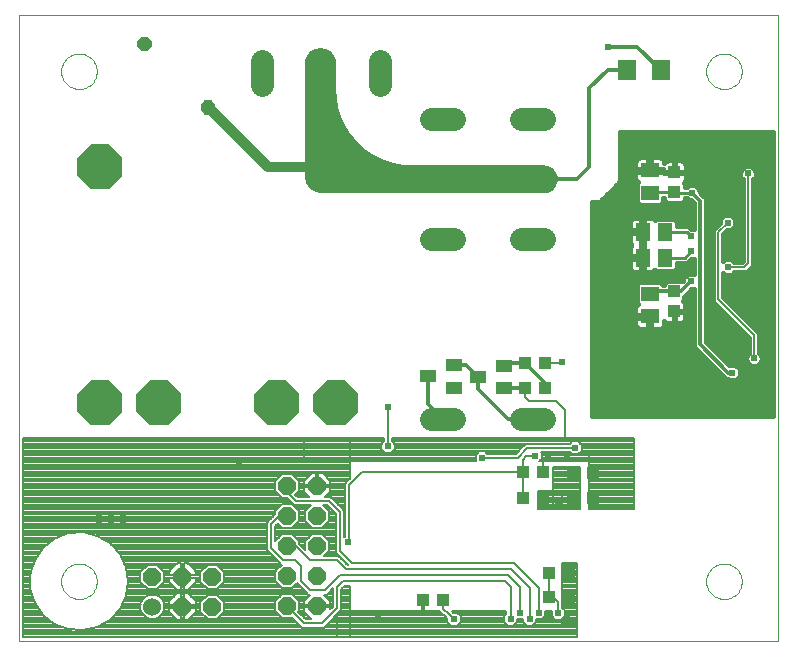
<source format=gbl>
G75*
G70*
%OFA0B0*%
%FSLAX24Y24*%
%IPPOS*%
%LPD*%
%AMOC8*
5,1,8,0,0,1.08239X$1,22.5*
%
%ADD10C,0.0000*%
%ADD11C,0.0780*%
%ADD12OC8,0.1500*%
%ADD13R,0.0433X0.0394*%
%ADD14R,0.0394X0.0433*%
%ADD15R,0.0551X0.0394*%
%ADD16R,0.0591X0.0512*%
%ADD17R,0.0512X0.0591*%
%ADD18C,0.0096*%
%ADD19OC8,0.0600*%
%ADD20R,0.0630X0.0710*%
%ADD21C,0.0600*%
%ADD22C,0.0120*%
%ADD23C,0.0080*%
%ADD24C,0.0238*%
%ADD25C,0.0100*%
%ADD26C,0.0320*%
%ADD27C,0.0160*%
D10*
X000140Y000290D02*
X000140Y021156D01*
X000140Y021165D02*
X025443Y021165D01*
X025443Y021156D02*
X025443Y000290D01*
X000140Y000290D01*
X001549Y002290D02*
X001551Y002338D01*
X001557Y002386D01*
X001567Y002433D01*
X001580Y002479D01*
X001598Y002524D01*
X001618Y002568D01*
X001643Y002610D01*
X001671Y002649D01*
X001701Y002686D01*
X001735Y002720D01*
X001772Y002752D01*
X001810Y002781D01*
X001851Y002806D01*
X001894Y002828D01*
X001939Y002846D01*
X001985Y002860D01*
X002032Y002871D01*
X002080Y002878D01*
X002128Y002881D01*
X002176Y002880D01*
X002224Y002875D01*
X002272Y002866D01*
X002318Y002854D01*
X002363Y002837D01*
X002407Y002817D01*
X002449Y002794D01*
X002489Y002767D01*
X002527Y002737D01*
X002562Y002704D01*
X002594Y002668D01*
X002624Y002630D01*
X002650Y002589D01*
X002672Y002546D01*
X002692Y002502D01*
X002707Y002457D01*
X002719Y002410D01*
X002727Y002362D01*
X002731Y002314D01*
X002731Y002266D01*
X002727Y002218D01*
X002719Y002170D01*
X002707Y002123D01*
X002692Y002078D01*
X002672Y002034D01*
X002650Y001991D01*
X002624Y001950D01*
X002594Y001912D01*
X002562Y001876D01*
X002527Y001843D01*
X002489Y001813D01*
X002449Y001786D01*
X002407Y001763D01*
X002363Y001743D01*
X002318Y001726D01*
X002272Y001714D01*
X002224Y001705D01*
X002176Y001700D01*
X002128Y001699D01*
X002080Y001702D01*
X002032Y001709D01*
X001985Y001720D01*
X001939Y001734D01*
X001894Y001752D01*
X001851Y001774D01*
X001810Y001799D01*
X001772Y001828D01*
X001735Y001860D01*
X001701Y001894D01*
X001671Y001931D01*
X001643Y001970D01*
X001618Y002012D01*
X001598Y002056D01*
X001580Y002101D01*
X001567Y002147D01*
X001557Y002194D01*
X001551Y002242D01*
X001549Y002290D01*
X001549Y019290D02*
X001551Y019338D01*
X001557Y019386D01*
X001567Y019433D01*
X001580Y019479D01*
X001598Y019524D01*
X001618Y019568D01*
X001643Y019610D01*
X001671Y019649D01*
X001701Y019686D01*
X001735Y019720D01*
X001772Y019752D01*
X001810Y019781D01*
X001851Y019806D01*
X001894Y019828D01*
X001939Y019846D01*
X001985Y019860D01*
X002032Y019871D01*
X002080Y019878D01*
X002128Y019881D01*
X002176Y019880D01*
X002224Y019875D01*
X002272Y019866D01*
X002318Y019854D01*
X002363Y019837D01*
X002407Y019817D01*
X002449Y019794D01*
X002489Y019767D01*
X002527Y019737D01*
X002562Y019704D01*
X002594Y019668D01*
X002624Y019630D01*
X002650Y019589D01*
X002672Y019546D01*
X002692Y019502D01*
X002707Y019457D01*
X002719Y019410D01*
X002727Y019362D01*
X002731Y019314D01*
X002731Y019266D01*
X002727Y019218D01*
X002719Y019170D01*
X002707Y019123D01*
X002692Y019078D01*
X002672Y019034D01*
X002650Y018991D01*
X002624Y018950D01*
X002594Y018912D01*
X002562Y018876D01*
X002527Y018843D01*
X002489Y018813D01*
X002449Y018786D01*
X002407Y018763D01*
X002363Y018743D01*
X002318Y018726D01*
X002272Y018714D01*
X002224Y018705D01*
X002176Y018700D01*
X002128Y018699D01*
X002080Y018702D01*
X002032Y018709D01*
X001985Y018720D01*
X001939Y018734D01*
X001894Y018752D01*
X001851Y018774D01*
X001810Y018799D01*
X001772Y018828D01*
X001735Y018860D01*
X001701Y018894D01*
X001671Y018931D01*
X001643Y018970D01*
X001618Y019012D01*
X001598Y019056D01*
X001580Y019101D01*
X001567Y019147D01*
X001557Y019194D01*
X001551Y019242D01*
X001549Y019290D01*
X023049Y019290D02*
X023051Y019338D01*
X023057Y019386D01*
X023067Y019433D01*
X023080Y019479D01*
X023098Y019524D01*
X023118Y019568D01*
X023143Y019610D01*
X023171Y019649D01*
X023201Y019686D01*
X023235Y019720D01*
X023272Y019752D01*
X023310Y019781D01*
X023351Y019806D01*
X023394Y019828D01*
X023439Y019846D01*
X023485Y019860D01*
X023532Y019871D01*
X023580Y019878D01*
X023628Y019881D01*
X023676Y019880D01*
X023724Y019875D01*
X023772Y019866D01*
X023818Y019854D01*
X023863Y019837D01*
X023907Y019817D01*
X023949Y019794D01*
X023989Y019767D01*
X024027Y019737D01*
X024062Y019704D01*
X024094Y019668D01*
X024124Y019630D01*
X024150Y019589D01*
X024172Y019546D01*
X024192Y019502D01*
X024207Y019457D01*
X024219Y019410D01*
X024227Y019362D01*
X024231Y019314D01*
X024231Y019266D01*
X024227Y019218D01*
X024219Y019170D01*
X024207Y019123D01*
X024192Y019078D01*
X024172Y019034D01*
X024150Y018991D01*
X024124Y018950D01*
X024094Y018912D01*
X024062Y018876D01*
X024027Y018843D01*
X023989Y018813D01*
X023949Y018786D01*
X023907Y018763D01*
X023863Y018743D01*
X023818Y018726D01*
X023772Y018714D01*
X023724Y018705D01*
X023676Y018700D01*
X023628Y018699D01*
X023580Y018702D01*
X023532Y018709D01*
X023485Y018720D01*
X023439Y018734D01*
X023394Y018752D01*
X023351Y018774D01*
X023310Y018799D01*
X023272Y018828D01*
X023235Y018860D01*
X023201Y018894D01*
X023171Y018931D01*
X023143Y018970D01*
X023118Y019012D01*
X023098Y019056D01*
X023080Y019101D01*
X023067Y019147D01*
X023057Y019194D01*
X023051Y019242D01*
X023049Y019290D01*
X023049Y002290D02*
X023051Y002338D01*
X023057Y002386D01*
X023067Y002433D01*
X023080Y002479D01*
X023098Y002524D01*
X023118Y002568D01*
X023143Y002610D01*
X023171Y002649D01*
X023201Y002686D01*
X023235Y002720D01*
X023272Y002752D01*
X023310Y002781D01*
X023351Y002806D01*
X023394Y002828D01*
X023439Y002846D01*
X023485Y002860D01*
X023532Y002871D01*
X023580Y002878D01*
X023628Y002881D01*
X023676Y002880D01*
X023724Y002875D01*
X023772Y002866D01*
X023818Y002854D01*
X023863Y002837D01*
X023907Y002817D01*
X023949Y002794D01*
X023989Y002767D01*
X024027Y002737D01*
X024062Y002704D01*
X024094Y002668D01*
X024124Y002630D01*
X024150Y002589D01*
X024172Y002546D01*
X024192Y002502D01*
X024207Y002457D01*
X024219Y002410D01*
X024227Y002362D01*
X024231Y002314D01*
X024231Y002266D01*
X024227Y002218D01*
X024219Y002170D01*
X024207Y002123D01*
X024192Y002078D01*
X024172Y002034D01*
X024150Y001991D01*
X024124Y001950D01*
X024094Y001912D01*
X024062Y001876D01*
X024027Y001843D01*
X023989Y001813D01*
X023949Y001786D01*
X023907Y001763D01*
X023863Y001743D01*
X023818Y001726D01*
X023772Y001714D01*
X023724Y001705D01*
X023676Y001700D01*
X023628Y001699D01*
X023580Y001702D01*
X023532Y001709D01*
X023485Y001720D01*
X023439Y001734D01*
X023394Y001752D01*
X023351Y001774D01*
X023310Y001799D01*
X023272Y001828D01*
X023235Y001860D01*
X023201Y001894D01*
X023171Y001931D01*
X023143Y001970D01*
X023118Y002012D01*
X023098Y002056D01*
X023080Y002101D01*
X023067Y002147D01*
X023057Y002194D01*
X023051Y002242D01*
X023049Y002290D01*
D11*
X017655Y007700D02*
X016875Y007700D01*
X014655Y007700D02*
X013875Y007700D01*
X013875Y013700D02*
X014655Y013700D01*
X014655Y015700D02*
X013875Y015700D01*
X013875Y017700D02*
X014655Y017700D01*
X016875Y017700D02*
X017655Y017700D01*
X017655Y015700D02*
X016875Y015700D01*
X016875Y013700D02*
X017655Y013700D01*
X012173Y018838D02*
X012173Y019618D01*
X010203Y019618D02*
X010203Y018838D01*
X008233Y018838D02*
X008233Y019618D01*
D12*
X010705Y016105D03*
X002825Y016105D03*
X002825Y008225D03*
X004795Y008225D03*
X008735Y008225D03*
X010705Y008225D03*
D13*
X016928Y005920D03*
X017597Y005920D03*
X018615Y005910D03*
X019285Y005910D03*
X019287Y005078D03*
X018618Y005078D03*
X018487Y002568D03*
X017818Y002568D03*
X017818Y001753D03*
X018487Y001753D03*
X014275Y001660D03*
X013605Y001660D03*
D14*
X016933Y005078D03*
X017602Y005078D03*
X017682Y008750D03*
X017013Y008750D03*
X017008Y009575D03*
X017677Y009575D03*
X021980Y011285D03*
X021980Y011955D03*
X021990Y015255D03*
X021990Y015925D03*
D15*
X016311Y009477D03*
X016311Y008728D03*
X015444Y009103D03*
X014636Y008751D03*
X014636Y009499D03*
X013769Y009125D03*
D16*
X021165Y011128D03*
X021165Y011877D03*
X021165Y015241D03*
X021165Y015989D03*
D17*
X020928Y013938D03*
X021677Y013938D03*
X021677Y013078D03*
X020928Y013078D03*
D18*
X006463Y017960D02*
X006511Y017912D01*
X006353Y017912D01*
X006241Y018024D01*
X006241Y018182D01*
X006353Y018294D01*
X006511Y018294D01*
X006623Y018182D01*
X006623Y018024D01*
X006511Y017912D01*
X006482Y017984D01*
X006382Y017984D01*
X006313Y018053D01*
X006313Y018153D01*
X006382Y018222D01*
X006482Y018222D01*
X006551Y018153D01*
X006551Y018053D01*
X006482Y017984D01*
X006452Y018056D01*
X006412Y018056D01*
X006385Y018083D01*
X006385Y018123D01*
X006412Y018150D01*
X006452Y018150D01*
X006479Y018123D01*
X006479Y018083D01*
X006452Y018056D01*
X004342Y020082D02*
X004390Y020034D01*
X004232Y020034D01*
X004120Y020146D01*
X004120Y020304D01*
X004232Y020416D01*
X004390Y020416D01*
X004502Y020304D01*
X004502Y020146D01*
X004390Y020034D01*
X004361Y020106D01*
X004261Y020106D01*
X004192Y020175D01*
X004192Y020275D01*
X004261Y020344D01*
X004361Y020344D01*
X004430Y020275D01*
X004430Y020175D01*
X004361Y020106D01*
X004331Y020178D01*
X004291Y020178D01*
X004264Y020205D01*
X004264Y020245D01*
X004291Y020272D01*
X004331Y020272D01*
X004358Y020245D01*
X004358Y020205D01*
X004331Y020178D01*
D19*
X009078Y005465D03*
X010078Y005465D03*
X010078Y004465D03*
X010078Y003465D03*
X009078Y003465D03*
X009078Y004465D03*
X009078Y002465D03*
X010078Y002465D03*
X010078Y001465D03*
X009078Y001465D03*
X006590Y001450D03*
X005590Y001450D03*
X005590Y002450D03*
X004590Y002450D03*
X006590Y002450D03*
D20*
X020405Y019325D03*
X021525Y019325D03*
D21*
X004590Y001450D03*
D22*
X013605Y001660D02*
X013605Y001225D01*
X013640Y001190D01*
X018615Y005080D02*
X018618Y005078D01*
X017265Y007700D02*
X016430Y007700D01*
X015444Y008686D01*
X015444Y009103D01*
X015048Y009499D01*
X014636Y009499D01*
X013769Y009125D02*
X013769Y008196D01*
X014265Y007700D01*
X016311Y008728D02*
X016991Y008728D01*
X017013Y008750D01*
X017682Y008750D02*
X017682Y008901D01*
X017008Y009575D01*
X016409Y009575D01*
X016311Y009477D01*
X021165Y011877D02*
X021163Y011955D01*
X021980Y011955D01*
X022205Y011955D01*
X022540Y012290D01*
X022840Y010190D02*
X023780Y009250D01*
X023920Y009250D01*
X022840Y010190D02*
X022840Y014980D01*
X022570Y015250D01*
X019140Y016090D02*
X019140Y018740D01*
X019775Y019325D01*
X020405Y019325D01*
X020750Y020090D02*
X019760Y020090D01*
X020750Y020090D02*
X021525Y019325D01*
X019140Y016090D02*
X018750Y015700D01*
X017265Y015700D01*
X017640Y016090D02*
X017709Y016084D01*
X017777Y016066D01*
X017840Y016036D01*
X017897Y015996D01*
X017946Y015947D01*
X017986Y015890D01*
X018016Y015827D01*
X018034Y015759D01*
X018040Y015690D01*
X018034Y015621D01*
X018016Y015553D01*
X017986Y015490D01*
X017946Y015433D01*
X017897Y015384D01*
X017840Y015344D01*
X017777Y015314D01*
X017709Y015296D01*
X017640Y015290D01*
X010240Y015290D01*
X010153Y015298D01*
X010069Y015320D01*
X009990Y015357D01*
X009919Y015407D01*
X009857Y015469D01*
X009807Y015540D01*
X009770Y015619D01*
X009748Y015703D01*
X009740Y015790D01*
X009740Y019590D01*
X009746Y019659D01*
X009764Y019727D01*
X009794Y019790D01*
X009834Y019847D01*
X009883Y019896D01*
X009940Y019936D01*
X010003Y019966D01*
X010071Y019984D01*
X010140Y019990D01*
X010240Y019990D01*
X010309Y019984D01*
X010377Y019966D01*
X010440Y019936D01*
X010497Y019896D01*
X010546Y019847D01*
X010586Y019790D01*
X010616Y019727D01*
X010634Y019659D01*
X010640Y019590D01*
X010640Y018690D01*
X010659Y018377D01*
X010716Y018068D01*
X010809Y017768D01*
X010938Y017482D01*
X011100Y017213D01*
X011294Y016966D01*
X011516Y016744D01*
X011763Y016550D01*
X012032Y016388D01*
X012318Y016259D01*
X012618Y016166D01*
X012927Y016109D01*
X013240Y016090D01*
X017640Y016090D01*
X017810Y016051D02*
X009740Y016051D01*
X009740Y016169D02*
X012607Y016169D01*
X012255Y016288D02*
X009740Y016288D01*
X009740Y016406D02*
X012002Y016406D01*
X011806Y016525D02*
X009740Y016525D01*
X009740Y016643D02*
X011645Y016643D01*
X011498Y016762D02*
X009740Y016762D01*
X009740Y016880D02*
X011380Y016880D01*
X011268Y016999D02*
X009740Y016999D01*
X009740Y017117D02*
X011175Y017117D01*
X011087Y017236D02*
X009740Y017236D01*
X009740Y017354D02*
X011015Y017354D01*
X010943Y017473D02*
X009740Y017473D01*
X009740Y017591D02*
X010889Y017591D01*
X010835Y017710D02*
X009740Y017710D01*
X009740Y017828D02*
X010790Y017828D01*
X010753Y017947D02*
X009740Y017947D01*
X009740Y018065D02*
X010716Y018065D01*
X010694Y018184D02*
X009740Y018184D01*
X009740Y018302D02*
X010673Y018302D01*
X010656Y018421D02*
X009740Y018421D01*
X009740Y018539D02*
X010649Y018539D01*
X010642Y018658D02*
X009740Y018658D01*
X009740Y018776D02*
X010640Y018776D01*
X010640Y018895D02*
X009740Y018895D01*
X009740Y019013D02*
X010640Y019013D01*
X010640Y019132D02*
X009740Y019132D01*
X009740Y019250D02*
X010640Y019250D01*
X010640Y019369D02*
X009740Y019369D01*
X009740Y019487D02*
X010640Y019487D01*
X010639Y019606D02*
X009741Y019606D01*
X009763Y019724D02*
X010617Y019724D01*
X010550Y019843D02*
X009830Y019843D01*
X009993Y019961D02*
X010387Y019961D01*
X009740Y015932D02*
X017957Y015932D01*
X018019Y015814D02*
X009740Y015814D01*
X009750Y015695D02*
X018040Y015695D01*
X018022Y015577D02*
X009790Y015577D01*
X009868Y015458D02*
X017964Y015458D01*
X017831Y015340D02*
X010027Y015340D01*
D23*
X017677Y009575D02*
X018225Y009575D01*
X018240Y009590D01*
X016991Y008728D02*
X016991Y008439D01*
X017140Y008290D01*
X018040Y008290D01*
X018340Y007990D01*
X018340Y006990D01*
X018510Y006880D02*
X017032Y006880D01*
X016950Y006798D01*
X016702Y006550D01*
X015750Y006550D01*
X015671Y006629D01*
X015489Y006629D01*
X015361Y006501D01*
X015361Y006319D01*
X015390Y006290D01*
X009640Y006290D01*
X009640Y007078D01*
X012300Y007078D01*
X012300Y006960D01*
X012221Y006881D01*
X012221Y006699D01*
X012349Y006571D01*
X012531Y006571D01*
X012659Y006699D01*
X012659Y006881D01*
X012580Y006960D01*
X012580Y007078D01*
X020640Y007078D01*
X020640Y006290D01*
X017480Y006290D01*
X017569Y006379D01*
X017569Y006561D01*
X017530Y006600D01*
X018510Y006600D01*
X018589Y006521D01*
X018771Y006521D01*
X018899Y006649D01*
X018899Y006831D01*
X018771Y006959D01*
X018589Y006959D01*
X018510Y006880D01*
X018514Y006884D02*
X012656Y006884D01*
X012659Y006806D02*
X016958Y006806D01*
X016879Y006727D02*
X012659Y006727D01*
X012608Y006649D02*
X016801Y006649D01*
X016722Y006570D02*
X015730Y006570D01*
X015580Y006410D02*
X016760Y006410D01*
X017090Y006740D01*
X018680Y006740D01*
X018899Y006727D02*
X020640Y006727D01*
X020640Y006649D02*
X018898Y006649D01*
X018820Y006570D02*
X020640Y006570D01*
X019140Y006570D01*
X019140Y006590D02*
X020640Y006590D01*
X020640Y004690D01*
X019140Y004690D01*
X019140Y006590D01*
X019140Y006492D02*
X020640Y006492D01*
X017569Y006492D01*
X017560Y006570D02*
X018540Y006570D01*
X018899Y006806D02*
X020640Y006806D01*
X020640Y006884D02*
X018846Y006884D01*
X019140Y006413D02*
X020640Y006413D01*
X017569Y006413D01*
X017524Y006335D02*
X020640Y006335D01*
X019140Y006335D01*
X019140Y006256D02*
X020640Y006256D01*
X020640Y006178D02*
X019140Y006178D01*
X019140Y006099D02*
X020640Y006099D01*
X020640Y006021D02*
X019140Y006021D01*
X019140Y005942D02*
X020640Y005942D01*
X020640Y005864D02*
X019140Y005864D01*
X019140Y005785D02*
X020640Y005785D01*
X020640Y005707D02*
X019140Y005707D01*
X019140Y005628D02*
X020640Y005628D01*
X020640Y005550D02*
X019140Y005550D01*
X019140Y005471D02*
X020640Y005471D01*
X020640Y005393D02*
X019140Y005393D01*
X019140Y005314D02*
X020640Y005314D01*
X020640Y005236D02*
X019140Y005236D01*
X019140Y005157D02*
X020640Y005157D01*
X020640Y005079D02*
X019140Y005079D01*
X019140Y005000D02*
X020640Y005000D01*
X020640Y004922D02*
X019140Y004922D01*
X019140Y004843D02*
X020640Y004843D01*
X020640Y004765D02*
X019140Y004765D01*
X018840Y004765D02*
X017940Y004765D01*
X017940Y004690D02*
X017940Y006090D01*
X018840Y006090D01*
X018840Y004690D01*
X017940Y004690D01*
X017940Y004843D02*
X018840Y004843D01*
X018840Y004922D02*
X017940Y004922D01*
X017940Y005000D02*
X018840Y005000D01*
X018840Y005079D02*
X017940Y005079D01*
X017940Y005157D02*
X018840Y005157D01*
X018840Y005236D02*
X017940Y005236D01*
X017940Y005314D02*
X018840Y005314D01*
X018840Y005393D02*
X017940Y005393D01*
X017940Y005471D02*
X018840Y005471D01*
X018840Y005550D02*
X017940Y005550D01*
X017940Y005628D02*
X018840Y005628D01*
X018840Y005707D02*
X017940Y005707D01*
X017940Y005785D02*
X018840Y005785D01*
X018840Y005864D02*
X017940Y005864D01*
X017940Y005942D02*
X018840Y005942D01*
X018840Y006021D02*
X017940Y006021D01*
X017597Y005920D02*
X017597Y006287D01*
X017783Y006473D01*
X017350Y006470D02*
X017050Y006470D01*
X016930Y006350D01*
X016930Y005922D01*
X016928Y005920D01*
X011570Y005920D01*
X011140Y005490D01*
X011140Y003610D01*
X011120Y003590D01*
X010980Y003760D02*
X010980Y004648D01*
X010898Y004730D01*
X010528Y005100D01*
X010335Y005100D01*
X010517Y005283D01*
X010517Y005425D01*
X010118Y005425D01*
X010118Y005505D01*
X010517Y005505D01*
X010517Y005647D01*
X010260Y005905D01*
X010117Y005905D01*
X010117Y005505D01*
X010038Y005505D01*
X010038Y005905D01*
X009895Y005905D01*
X009638Y005647D01*
X009638Y005505D01*
X010037Y005505D01*
X010037Y005425D01*
X009638Y005425D01*
X009638Y005283D01*
X009820Y005100D01*
X009428Y005100D01*
X009353Y005175D01*
X009477Y005299D01*
X009477Y005631D01*
X009243Y005865D01*
X008912Y005865D01*
X008678Y005631D01*
X008678Y005299D01*
X008912Y005065D01*
X009067Y005065D01*
X009230Y004902D01*
X009312Y004820D01*
X009867Y004820D01*
X009678Y004631D01*
X009678Y004299D01*
X009912Y004065D01*
X010243Y004065D01*
X010477Y004299D01*
X010477Y004631D01*
X010288Y004820D01*
X010412Y004820D01*
X010700Y004532D01*
X010700Y003232D01*
X011100Y002832D01*
X011102Y002830D01*
X011098Y002830D01*
X010798Y003130D01*
X010308Y003130D01*
X010477Y003299D01*
X010477Y003631D01*
X010243Y003865D01*
X009912Y003865D01*
X009678Y003631D01*
X009678Y003350D01*
X009477Y003550D01*
X009477Y003631D01*
X009243Y003865D01*
X008912Y003865D01*
X008680Y003633D01*
X008680Y004132D01*
X008762Y004214D01*
X008912Y004065D01*
X009243Y004065D01*
X009477Y004299D01*
X009477Y004631D01*
X009243Y004865D01*
X008912Y004865D01*
X008678Y004631D01*
X008678Y004525D01*
X008482Y004330D01*
X008400Y004248D01*
X008400Y003332D01*
X008800Y002932D01*
X008882Y002850D01*
X008897Y002850D01*
X008678Y002631D01*
X008678Y002299D01*
X008912Y002065D01*
X009243Y002065D01*
X009405Y002227D01*
X009700Y001932D01*
X009782Y001850D01*
X009840Y001850D01*
X009638Y001647D01*
X009638Y001505D01*
X010037Y001505D01*
X010037Y001425D01*
X009638Y001425D01*
X009638Y001283D01*
X009890Y001030D01*
X009698Y001030D01*
X009453Y001275D01*
X009477Y001299D01*
X009477Y001631D01*
X009243Y001865D01*
X008912Y001865D01*
X008678Y001631D01*
X008678Y001299D01*
X008912Y001065D01*
X009243Y001065D01*
X009255Y001077D01*
X009582Y000750D01*
X010298Y000750D01*
X010880Y001332D01*
X010880Y002032D01*
X010998Y002150D01*
X011190Y002150D01*
X011190Y000430D01*
X000280Y000430D01*
X000280Y007078D01*
X011190Y007078D01*
X011190Y005738D01*
X011082Y005630D01*
X011000Y005548D01*
X011000Y003780D01*
X010980Y003760D01*
X010980Y003823D02*
X011000Y003823D01*
X011000Y003901D02*
X010980Y003901D01*
X010980Y003980D02*
X011000Y003980D01*
X011000Y004058D02*
X010980Y004058D01*
X010980Y004137D02*
X011000Y004137D01*
X011000Y004215D02*
X010980Y004215D01*
X010980Y004294D02*
X011000Y004294D01*
X011000Y004372D02*
X010980Y004372D01*
X010980Y004451D02*
X011000Y004451D01*
X011000Y004529D02*
X010980Y004529D01*
X010980Y004608D02*
X011000Y004608D01*
X011000Y004686D02*
X010942Y004686D01*
X011000Y004765D02*
X010863Y004765D01*
X010785Y004843D02*
X011000Y004843D01*
X011000Y004922D02*
X010706Y004922D01*
X010628Y005000D02*
X011000Y005000D01*
X011000Y005079D02*
X010549Y005079D01*
X010470Y004960D02*
X010840Y004590D01*
X010840Y003290D01*
X011240Y002890D01*
X016640Y002890D01*
X017470Y002060D01*
X017470Y001240D01*
X017689Y001232D02*
X017891Y001232D01*
X017891Y001290D02*
X017891Y001139D01*
X018019Y001011D01*
X018201Y001011D01*
X018329Y001139D01*
X018329Y001321D01*
X018250Y001400D01*
X018250Y001648D01*
X018240Y001658D01*
X018240Y002890D01*
X018740Y002890D01*
X018740Y000890D01*
X018240Y000890D01*
X018240Y001050D01*
X018329Y001139D01*
X018329Y001290D01*
X018740Y001290D01*
X018740Y000430D01*
X010740Y000430D01*
X010740Y001192D01*
X010838Y001290D01*
X014172Y001290D01*
X014222Y001240D01*
X014332Y001130D01*
X014332Y001128D01*
X014373Y001090D01*
X014412Y001050D01*
X014414Y001050D01*
X014421Y001044D01*
X014421Y000939D01*
X014549Y000811D01*
X014731Y000811D01*
X014859Y000939D01*
X014859Y001121D01*
X014731Y001249D01*
X014612Y001249D01*
X014568Y001290D01*
X016390Y001290D01*
X016390Y001201D01*
X016311Y001122D01*
X016311Y000940D01*
X016439Y000812D01*
X016621Y000812D01*
X016749Y000940D01*
X016749Y001021D01*
X016749Y001021D01*
X016931Y001021D01*
X016941Y001031D01*
X016941Y000939D01*
X017069Y000811D01*
X017251Y000811D01*
X017379Y000939D01*
X017379Y001021D01*
X017379Y001021D01*
X017561Y001021D01*
X017689Y001149D01*
X017689Y001290D01*
X017891Y001290D01*
X017891Y001154D02*
X017689Y001154D01*
X017615Y001075D02*
X017955Y001075D01*
X018110Y001230D02*
X018110Y001590D01*
X017948Y001753D01*
X017818Y001753D01*
X017818Y002568D01*
X018240Y002567D02*
X018740Y002567D01*
X018740Y002645D02*
X018240Y002645D01*
X018240Y002724D02*
X018740Y002724D01*
X018740Y002802D02*
X018240Y002802D01*
X018240Y002881D02*
X018740Y002881D01*
X018740Y002488D02*
X018240Y002488D01*
X018240Y002410D02*
X018740Y002410D01*
X018740Y002331D02*
X018240Y002331D01*
X018240Y002253D02*
X018740Y002253D01*
X018740Y002174D02*
X018240Y002174D01*
X018240Y002096D02*
X018740Y002096D01*
X018740Y002017D02*
X018240Y002017D01*
X018240Y001939D02*
X018740Y001939D01*
X018740Y001860D02*
X018240Y001860D01*
X018240Y001782D02*
X018740Y001782D01*
X018740Y001703D02*
X018240Y001703D01*
X018250Y001625D02*
X018740Y001625D01*
X018740Y001546D02*
X018250Y001546D01*
X018250Y001468D02*
X018740Y001468D01*
X018740Y001389D02*
X018261Y001389D01*
X018329Y001311D02*
X018740Y001311D01*
X018740Y001232D02*
X018329Y001232D01*
X018740Y001232D01*
X018740Y001154D02*
X018329Y001154D01*
X018740Y001154D01*
X018740Y001075D02*
X018265Y001075D01*
X018740Y001075D01*
X018740Y000997D02*
X018240Y000997D01*
X018240Y000918D02*
X018740Y000918D01*
X017358Y000918D01*
X017379Y000997D02*
X018740Y000997D01*
X018740Y000840D02*
X017279Y000840D01*
X017160Y001030D02*
X017160Y002070D01*
X016540Y002690D01*
X011040Y002690D01*
X010740Y002990D01*
X009840Y002990D01*
X009365Y003465D01*
X009078Y003465D01*
X009364Y003744D02*
X009791Y003744D01*
X009869Y003823D02*
X009286Y003823D01*
X009443Y003666D02*
X009712Y003666D01*
X009678Y003587D02*
X009477Y003587D01*
X009519Y003509D02*
X009678Y003509D01*
X009678Y003430D02*
X009598Y003430D01*
X009676Y003352D02*
X009678Y003352D01*
X009340Y002990D02*
X009540Y002790D01*
X009540Y002290D01*
X009840Y001990D01*
X010340Y001990D01*
X010840Y002490D01*
X016440Y002490D01*
X016840Y002090D01*
X016840Y001240D01*
X016749Y000997D02*
X016941Y000997D01*
X016962Y000918D02*
X016727Y000918D01*
X016649Y000840D02*
X017041Y000840D01*
X016530Y001031D02*
X016530Y001940D01*
X016530Y002100D01*
X016340Y002290D01*
X010940Y002290D01*
X010740Y002090D01*
X010740Y001390D01*
X010240Y000890D01*
X009640Y000890D01*
X009078Y001453D01*
X009078Y001465D01*
X008823Y001154D02*
X006859Y001154D01*
X006938Y001232D02*
X008745Y001232D01*
X008678Y001311D02*
X006990Y001311D01*
X006990Y001284D02*
X006756Y001050D01*
X006424Y001050D01*
X006190Y001284D01*
X006190Y001616D01*
X006424Y001850D01*
X006756Y001850D01*
X006990Y001616D01*
X006990Y001284D01*
X006990Y001389D02*
X008678Y001389D01*
X008678Y001468D02*
X006990Y001468D01*
X006990Y001546D02*
X008678Y001546D01*
X008678Y001625D02*
X006981Y001625D01*
X006903Y001703D02*
X008750Y001703D01*
X008828Y001782D02*
X006824Y001782D01*
X006756Y002050D02*
X006424Y002050D01*
X006190Y002284D01*
X006190Y002616D01*
X006424Y002850D01*
X006756Y002850D01*
X006990Y002616D01*
X006990Y002284D01*
X006756Y002050D01*
X006801Y002096D02*
X008881Y002096D01*
X008803Y002174D02*
X006880Y002174D01*
X006958Y002253D02*
X008724Y002253D01*
X008678Y002331D02*
X006990Y002331D01*
X006990Y002410D02*
X008678Y002410D01*
X008678Y002488D02*
X006990Y002488D01*
X006990Y002567D02*
X008678Y002567D01*
X008692Y002645D02*
X006961Y002645D01*
X006882Y002724D02*
X008770Y002724D01*
X008849Y002802D02*
X006804Y002802D01*
X006376Y002802D02*
X005860Y002802D01*
X005782Y002881D02*
X008852Y002881D01*
X008773Y002959D02*
X003618Y002959D01*
X003656Y002881D02*
X005398Y002881D01*
X005408Y002890D02*
X005150Y002632D01*
X005150Y002490D01*
X005550Y002490D01*
X005550Y002890D01*
X005408Y002890D01*
X005320Y002802D02*
X004804Y002802D01*
X004756Y002850D02*
X004424Y002850D01*
X004190Y002616D01*
X004190Y002284D01*
X004424Y002050D01*
X004756Y002050D01*
X004990Y002284D01*
X004990Y002616D01*
X004756Y002850D01*
X004882Y002724D02*
X005241Y002724D01*
X005163Y002645D02*
X004961Y002645D01*
X004990Y002567D02*
X005150Y002567D01*
X005150Y002410D02*
X005150Y002268D01*
X005408Y002010D01*
X005550Y002010D01*
X005550Y002410D01*
X005630Y002410D01*
X005630Y002490D01*
X006030Y002490D01*
X006030Y002632D01*
X005772Y002890D01*
X005630Y002890D01*
X005630Y002490D01*
X005550Y002490D01*
X005550Y002410D01*
X005150Y002410D01*
X004990Y002410D01*
X004990Y002488D02*
X005550Y002488D01*
X005550Y002410D02*
X005630Y002410D01*
X006030Y002410D01*
X006030Y002268D01*
X005772Y002010D01*
X005630Y002010D01*
X005630Y002410D01*
X005630Y002488D02*
X006190Y002488D01*
X006190Y002410D02*
X006030Y002410D01*
X006030Y002331D02*
X006190Y002331D01*
X006222Y002253D02*
X006015Y002253D01*
X005936Y002174D02*
X006300Y002174D01*
X006379Y002096D02*
X005858Y002096D01*
X005779Y002017D02*
X009615Y002017D01*
X009694Y001939D02*
X003727Y001939D01*
X003739Y002017D02*
X005401Y002017D01*
X005322Y002096D02*
X004801Y002096D01*
X004880Y002174D02*
X005244Y002174D01*
X005165Y002253D02*
X004958Y002253D01*
X004990Y002331D02*
X005150Y002331D01*
X005550Y002331D02*
X005630Y002331D01*
X005630Y002253D02*
X005550Y002253D01*
X005550Y002174D02*
X005630Y002174D01*
X005630Y002096D02*
X005550Y002096D01*
X005550Y002017D02*
X005630Y002017D01*
X005630Y001890D02*
X005772Y001890D01*
X006030Y001632D01*
X006030Y001490D01*
X005630Y001490D01*
X005630Y001410D01*
X006030Y001410D01*
X006030Y001268D01*
X005772Y001010D01*
X005630Y001010D01*
X005630Y001410D01*
X005550Y001410D01*
X005550Y001010D01*
X005408Y001010D01*
X005150Y001268D01*
X005150Y001410D01*
X005550Y001410D01*
X005550Y001490D01*
X005550Y001890D01*
X005408Y001890D01*
X005150Y001632D01*
X005150Y001490D01*
X005550Y001490D01*
X005630Y001490D01*
X005630Y001890D01*
X005630Y001860D02*
X005550Y001860D01*
X005550Y001782D02*
X005630Y001782D01*
X005630Y001703D02*
X005550Y001703D01*
X005550Y001625D02*
X005630Y001625D01*
X005630Y001546D02*
X005550Y001546D01*
X005550Y001468D02*
X004990Y001468D01*
X004990Y001530D02*
X004990Y001370D01*
X004929Y001223D01*
X004817Y001111D01*
X004670Y001050D01*
X004510Y001050D01*
X004363Y001111D01*
X004251Y001223D01*
X004190Y001370D01*
X004190Y001530D01*
X004251Y001677D01*
X004363Y001789D01*
X004510Y001850D01*
X004670Y001850D01*
X004817Y001789D01*
X004929Y001677D01*
X004990Y001530D01*
X004983Y001546D02*
X005150Y001546D01*
X005150Y001625D02*
X004951Y001625D01*
X004903Y001703D02*
X005221Y001703D01*
X005299Y001782D02*
X004824Y001782D01*
X004356Y001782D02*
X003695Y001782D01*
X003707Y001807D02*
X003495Y001366D01*
X003495Y001366D01*
X003163Y001008D01*
X003163Y001008D01*
X002739Y000763D01*
X002739Y000763D01*
X002263Y000655D01*
X002263Y000655D01*
X001775Y000691D01*
X001775Y000691D01*
X001320Y000870D01*
X001320Y000870D01*
X000938Y001175D01*
X000938Y001175D01*
X000938Y001175D01*
X000662Y001578D01*
X000662Y001578D01*
X000518Y002046D01*
X000518Y002534D01*
X000662Y003002D01*
X000662Y003002D01*
X000938Y003405D01*
X000938Y003405D01*
X000938Y003405D01*
X001320Y003710D01*
X001320Y003710D01*
X001775Y003889D01*
X002263Y003925D01*
X002739Y003817D01*
X003163Y003572D01*
X003495Y003214D01*
X003495Y003214D01*
X003495Y003214D01*
X003707Y002773D01*
X003707Y002773D01*
X003780Y002290D01*
X003707Y001807D01*
X003707Y001807D01*
X003715Y001860D02*
X005378Y001860D01*
X005802Y001860D02*
X008907Y001860D01*
X009248Y001860D02*
X009772Y001860D01*
X009772Y001782D02*
X009327Y001782D01*
X009405Y001703D02*
X009693Y001703D01*
X009638Y001625D02*
X009477Y001625D01*
X009477Y001546D02*
X009638Y001546D01*
X009638Y001389D02*
X009477Y001389D01*
X009477Y001311D02*
X009638Y001311D01*
X009688Y001232D02*
X009496Y001232D01*
X009574Y001154D02*
X009767Y001154D01*
X009845Y001075D02*
X009653Y001075D01*
X009414Y000918D02*
X003007Y000918D01*
X003143Y000997D02*
X009336Y000997D01*
X009257Y001075D02*
X009253Y001075D01*
X009477Y001468D02*
X010037Y001468D01*
X010118Y001468D02*
X010600Y001468D01*
X010600Y001448D02*
X010517Y001365D01*
X010517Y001425D01*
X010118Y001425D01*
X010118Y001505D01*
X010517Y001505D01*
X010517Y001647D01*
X010315Y001850D01*
X010398Y001850D01*
X010600Y002052D01*
X010600Y001448D01*
X010541Y001389D02*
X010517Y001389D01*
X010517Y001546D02*
X010600Y001546D01*
X010600Y001625D02*
X010517Y001625D01*
X010462Y001703D02*
X010600Y001703D01*
X010600Y001782D02*
X010383Y001782D01*
X010408Y001860D02*
X010600Y001860D01*
X010600Y001939D02*
X010486Y001939D01*
X010565Y002017D02*
X010600Y002017D01*
X010880Y002017D02*
X011190Y002017D01*
X011190Y001939D02*
X010880Y001939D01*
X010880Y001860D02*
X011190Y001860D01*
X011190Y001782D02*
X010880Y001782D01*
X010880Y001703D02*
X011190Y001703D01*
X011190Y001625D02*
X010880Y001625D01*
X010880Y001546D02*
X011190Y001546D01*
X011190Y001468D02*
X010880Y001468D01*
X010880Y001389D02*
X011190Y001389D01*
X011190Y001311D02*
X010858Y001311D01*
X010780Y001232D02*
X011190Y001232D01*
X011190Y001154D02*
X010701Y001154D01*
X010740Y001154D02*
X014309Y001154D01*
X014230Y001232D02*
X010780Y001232D01*
X010740Y001075D02*
X014387Y001075D01*
X014421Y000997D02*
X010740Y000997D01*
X010740Y000918D02*
X014442Y000918D01*
X014521Y000840D02*
X010740Y000840D01*
X010740Y000761D02*
X018740Y000761D01*
X018740Y000683D02*
X010740Y000683D01*
X010740Y000604D02*
X018740Y000604D01*
X018740Y000526D02*
X010740Y000526D01*
X010740Y000447D02*
X018740Y000447D01*
X016412Y000840D02*
X014759Y000840D01*
X014838Y000918D02*
X016333Y000918D01*
X016311Y000997D02*
X014859Y000997D01*
X014859Y001075D02*
X016311Y001075D01*
X016343Y001154D02*
X014826Y001154D01*
X014748Y001232D02*
X016390Y001232D01*
X014640Y001030D02*
X014470Y001190D01*
X014280Y001380D01*
X014280Y001655D01*
X014275Y001660D01*
X011190Y002096D02*
X010943Y002096D01*
X011047Y002881D02*
X011052Y002881D01*
X010973Y002959D02*
X010969Y002959D01*
X010895Y003038D02*
X010890Y003038D01*
X010816Y003116D02*
X010812Y003116D01*
X010738Y003195D02*
X010373Y003195D01*
X010451Y003273D02*
X010700Y003273D01*
X010700Y003352D02*
X010477Y003352D01*
X010477Y003430D02*
X010700Y003430D01*
X010700Y003509D02*
X010477Y003509D01*
X010477Y003587D02*
X010700Y003587D01*
X010700Y003666D02*
X010443Y003666D01*
X010364Y003744D02*
X010700Y003744D01*
X010700Y003823D02*
X010286Y003823D01*
X010700Y003901D02*
X008680Y003901D01*
X008680Y003823D02*
X008869Y003823D01*
X008791Y003744D02*
X008680Y003744D01*
X008680Y003666D02*
X008712Y003666D01*
X008680Y003980D02*
X010700Y003980D01*
X010700Y004058D02*
X008680Y004058D01*
X008685Y004137D02*
X008840Y004137D01*
X008540Y004190D02*
X008815Y004465D01*
X009078Y004465D01*
X009393Y004215D02*
X009762Y004215D01*
X009840Y004137D02*
X009315Y004137D01*
X009472Y004294D02*
X009683Y004294D01*
X009678Y004372D02*
X009477Y004372D01*
X009477Y004451D02*
X009678Y004451D01*
X009678Y004529D02*
X009477Y004529D01*
X009477Y004608D02*
X009678Y004608D01*
X009733Y004686D02*
X009422Y004686D01*
X009344Y004765D02*
X009811Y004765D01*
X009763Y005157D02*
X009371Y005157D01*
X009414Y005236D02*
X009685Y005236D01*
X009638Y005314D02*
X009477Y005314D01*
X009477Y005393D02*
X009638Y005393D01*
X009638Y005550D02*
X009477Y005550D01*
X009477Y005628D02*
X009638Y005628D01*
X009697Y005707D02*
X009402Y005707D01*
X009323Y005785D02*
X009775Y005785D01*
X009854Y005864D02*
X009245Y005864D01*
X008910Y005864D02*
X000280Y005864D01*
X000280Y005942D02*
X011190Y005942D01*
X011190Y005864D02*
X010301Y005864D01*
X010380Y005785D02*
X011190Y005785D01*
X011159Y005707D02*
X010458Y005707D01*
X010517Y005628D02*
X011080Y005628D01*
X011002Y005550D02*
X010517Y005550D01*
X010517Y005393D02*
X011000Y005393D01*
X011000Y005471D02*
X010118Y005471D01*
X010117Y005550D02*
X010038Y005550D01*
X010038Y005628D02*
X010117Y005628D01*
X010117Y005707D02*
X010038Y005707D01*
X010038Y005785D02*
X010117Y005785D01*
X010117Y005864D02*
X010038Y005864D01*
X010037Y005471D02*
X009477Y005471D01*
X009078Y005465D02*
X009078Y005253D01*
X009370Y004960D01*
X010470Y004960D01*
X010467Y004765D02*
X010344Y004765D01*
X010422Y004686D02*
X010546Y004686D01*
X010477Y004608D02*
X010624Y004608D01*
X010700Y004529D02*
X010477Y004529D01*
X010477Y004451D02*
X010700Y004451D01*
X010700Y004372D02*
X010477Y004372D01*
X010472Y004294D02*
X010700Y004294D01*
X010700Y004215D02*
X010393Y004215D01*
X010315Y004137D02*
X010700Y004137D01*
X011000Y005157D02*
X010392Y005157D01*
X010470Y005236D02*
X011000Y005236D01*
X011000Y005314D02*
X010517Y005314D01*
X011190Y006021D02*
X000280Y006021D01*
X000280Y006099D02*
X011190Y006099D01*
X011190Y006178D02*
X000280Y006178D01*
X000280Y006256D02*
X011190Y006256D01*
X011190Y006335D02*
X000280Y006335D01*
X000280Y006413D02*
X011190Y006413D01*
X011190Y006492D02*
X000280Y006492D01*
X000280Y006570D02*
X011190Y006570D01*
X011190Y006649D02*
X000280Y006649D01*
X000280Y006727D02*
X011190Y006727D01*
X011190Y006806D02*
X000280Y006806D01*
X000280Y006884D02*
X011190Y006884D01*
X011190Y006963D02*
X000280Y006963D01*
X000280Y007041D02*
X011190Y007041D01*
X012224Y006884D02*
X009640Y006884D01*
X009640Y006806D02*
X012221Y006806D01*
X012221Y006727D02*
X009640Y006727D01*
X009640Y006649D02*
X012272Y006649D01*
X012440Y006790D02*
X012440Y008090D01*
X012580Y007041D02*
X020640Y007041D01*
X020640Y006963D02*
X012580Y006963D01*
X012300Y006963D02*
X009640Y006963D01*
X009640Y007041D02*
X012300Y007041D01*
X009640Y006570D02*
X015430Y006570D01*
X015361Y006492D02*
X009640Y006492D01*
X009640Y006413D02*
X015361Y006413D01*
X015361Y006335D02*
X009640Y006335D01*
X008832Y005785D02*
X000280Y005785D01*
X000280Y005707D02*
X008753Y005707D01*
X008678Y005628D02*
X000280Y005628D01*
X000280Y005550D02*
X008678Y005550D01*
X008678Y005471D02*
X000280Y005471D01*
X000280Y005393D02*
X008678Y005393D01*
X008678Y005314D02*
X000280Y005314D01*
X000280Y005236D02*
X008741Y005236D01*
X008820Y005157D02*
X000280Y005157D01*
X000280Y005079D02*
X008898Y005079D01*
X008890Y004843D02*
X000280Y004843D01*
X000280Y004765D02*
X008811Y004765D01*
X008733Y004686D02*
X000280Y004686D01*
X000280Y004608D02*
X008678Y004608D01*
X008678Y004529D02*
X000280Y004529D01*
X000280Y004451D02*
X008603Y004451D01*
X008524Y004372D02*
X000280Y004372D01*
X000280Y004294D02*
X008446Y004294D01*
X008482Y004330D02*
X008482Y004330D01*
X008400Y004215D02*
X000280Y004215D01*
X000280Y004137D02*
X008400Y004137D01*
X008400Y004058D02*
X000280Y004058D01*
X000280Y003980D02*
X008400Y003980D01*
X008400Y003901D02*
X002369Y003901D01*
X002713Y003823D02*
X008400Y003823D01*
X008400Y003744D02*
X002865Y003744D01*
X003001Y003666D02*
X008400Y003666D01*
X008400Y003587D02*
X003137Y003587D01*
X003222Y003509D02*
X008400Y003509D01*
X008400Y003430D02*
X003294Y003430D01*
X003367Y003352D02*
X008400Y003352D01*
X008459Y003273D02*
X003440Y003273D01*
X003504Y003195D02*
X008538Y003195D01*
X008616Y003116D02*
X003542Y003116D01*
X003580Y003038D02*
X008695Y003038D01*
X008940Y002990D02*
X009340Y002990D01*
X008940Y002990D02*
X008540Y003390D01*
X008540Y004190D01*
X009265Y004843D02*
X009289Y004843D01*
X009210Y004922D02*
X000280Y004922D01*
X000280Y005000D02*
X009132Y005000D01*
X006298Y002724D02*
X005939Y002724D01*
X006017Y002645D02*
X006219Y002645D01*
X006190Y002567D02*
X006030Y002567D01*
X005630Y002567D02*
X005550Y002567D01*
X005550Y002645D02*
X005630Y002645D01*
X005630Y002724D02*
X005550Y002724D01*
X005550Y002802D02*
X005630Y002802D01*
X005630Y002881D02*
X005550Y002881D01*
X004376Y002802D02*
X003693Y002802D01*
X003715Y002724D02*
X004298Y002724D01*
X004219Y002645D02*
X003726Y002645D01*
X003738Y002567D02*
X004190Y002567D01*
X004190Y002488D02*
X003750Y002488D01*
X003762Y002410D02*
X004190Y002410D01*
X004190Y002331D02*
X003774Y002331D01*
X003774Y002253D02*
X004222Y002253D01*
X004300Y002174D02*
X003763Y002174D01*
X003751Y002096D02*
X004379Y002096D01*
X004277Y001703D02*
X003657Y001703D01*
X003619Y001625D02*
X004229Y001625D01*
X004197Y001546D02*
X003582Y001546D01*
X003544Y001468D02*
X004190Y001468D01*
X004190Y001389D02*
X003506Y001389D01*
X003443Y001311D02*
X004215Y001311D01*
X004247Y001232D02*
X003371Y001232D01*
X003298Y001154D02*
X004321Y001154D01*
X004450Y001075D02*
X003225Y001075D01*
X002871Y000840D02*
X009493Y000840D01*
X009571Y000761D02*
X002729Y000761D01*
X002385Y000683D02*
X011190Y000683D01*
X011190Y000761D02*
X010309Y000761D01*
X010387Y000840D02*
X011190Y000840D01*
X011190Y000918D02*
X010466Y000918D01*
X010544Y000997D02*
X011190Y000997D01*
X011190Y001075D02*
X010623Y001075D01*
X011190Y000604D02*
X000280Y000604D01*
X000280Y000526D02*
X011190Y000526D01*
X011190Y000447D02*
X000280Y000447D01*
X000280Y000683D02*
X001890Y000683D01*
X001597Y000761D02*
X000280Y000761D01*
X000280Y000840D02*
X001397Y000840D01*
X001259Y000918D02*
X000280Y000918D01*
X000280Y000997D02*
X001161Y000997D01*
X001063Y001075D02*
X000280Y001075D01*
X000280Y001154D02*
X000964Y001154D01*
X000899Y001232D02*
X000280Y001232D01*
X000280Y001311D02*
X000845Y001311D01*
X000792Y001389D02*
X000280Y001389D01*
X000280Y001468D02*
X000738Y001468D01*
X000685Y001546D02*
X000280Y001546D01*
X000280Y001625D02*
X000648Y001625D01*
X000624Y001703D02*
X000280Y001703D01*
X000280Y001782D02*
X000600Y001782D01*
X000576Y001860D02*
X000280Y001860D01*
X000280Y001939D02*
X000551Y001939D01*
X000527Y002017D02*
X000280Y002017D01*
X000280Y002096D02*
X000518Y002096D01*
X000518Y002174D02*
X000280Y002174D01*
X000280Y002253D02*
X000518Y002253D01*
X000518Y002331D02*
X000280Y002331D01*
X000280Y002410D02*
X000518Y002410D01*
X000518Y002488D02*
X000280Y002488D01*
X000280Y002567D02*
X000528Y002567D01*
X000552Y002645D02*
X000280Y002645D01*
X000280Y002724D02*
X000577Y002724D01*
X000601Y002802D02*
X000280Y002802D01*
X000280Y002881D02*
X000625Y002881D01*
X000649Y002959D02*
X000280Y002959D01*
X000280Y003038D02*
X000687Y003038D01*
X000740Y003116D02*
X000280Y003116D01*
X000280Y003195D02*
X000794Y003195D01*
X000847Y003273D02*
X000280Y003273D01*
X000280Y003352D02*
X000901Y003352D01*
X000969Y003430D02*
X000280Y003430D01*
X000280Y003509D02*
X001067Y003509D01*
X001165Y003587D02*
X000280Y003587D01*
X000280Y003666D02*
X001264Y003666D01*
X001406Y003744D02*
X000280Y003744D01*
X000280Y003823D02*
X001606Y003823D01*
X001937Y003901D02*
X000280Y003901D01*
X004730Y001075D02*
X005343Y001075D01*
X005264Y001154D02*
X004859Y001154D01*
X004933Y001232D02*
X005186Y001232D01*
X005150Y001311D02*
X004965Y001311D01*
X004990Y001389D02*
X005150Y001389D01*
X005550Y001389D02*
X005630Y001389D01*
X005630Y001311D02*
X005550Y001311D01*
X005550Y001232D02*
X005630Y001232D01*
X005630Y001154D02*
X005550Y001154D01*
X005550Y001075D02*
X005630Y001075D01*
X005837Y001075D02*
X006399Y001075D01*
X006321Y001154D02*
X005916Y001154D01*
X005994Y001232D02*
X006242Y001232D01*
X006190Y001311D02*
X006030Y001311D01*
X006030Y001389D02*
X006190Y001389D01*
X006190Y001468D02*
X005630Y001468D01*
X006030Y001546D02*
X006190Y001546D01*
X006199Y001625D02*
X006030Y001625D01*
X005959Y001703D02*
X006277Y001703D01*
X006356Y001782D02*
X005881Y001782D01*
X006781Y001075D02*
X008902Y001075D01*
X009274Y002096D02*
X009537Y002096D01*
X009458Y002174D02*
X009352Y002174D01*
X016933Y005078D02*
X016928Y005913D01*
X016928Y005920D01*
X017440Y005290D02*
X018240Y005290D01*
X018240Y004690D01*
X017440Y004690D01*
X017440Y005290D01*
X017440Y005236D02*
X018240Y005236D01*
X018240Y005157D02*
X017440Y005157D01*
X017440Y005079D02*
X018240Y005079D01*
X018240Y005000D02*
X017440Y005000D01*
X017440Y004922D02*
X018240Y004922D01*
X018240Y004843D02*
X017440Y004843D01*
X017440Y004765D02*
X018240Y004765D01*
X024640Y009720D02*
X024640Y010490D01*
X023440Y011690D01*
X023440Y013930D01*
X023760Y014250D01*
X023780Y012770D02*
X024320Y012770D01*
X024440Y012890D01*
X024440Y015890D01*
D24*
X024440Y015890D03*
X023840Y017150D03*
X023010Y017150D03*
X022210Y017160D03*
X020270Y017170D03*
X022570Y015250D03*
X023760Y014250D03*
X023750Y013750D03*
X023780Y012770D03*
X022540Y012750D03*
X022540Y012290D03*
X022540Y013290D03*
X022540Y013790D03*
X020600Y011160D03*
X022140Y009790D03*
X022740Y009790D03*
X023740Y009790D03*
X023920Y009250D03*
X024640Y009720D03*
X023940Y008490D03*
X021460Y007950D03*
X021130Y008960D03*
X018240Y009590D03*
X018680Y006740D03*
X018413Y006473D03*
X017783Y006473D03*
X017350Y006470D03*
X018110Y004900D03*
X015580Y006410D03*
X012440Y006790D03*
X012440Y008090D03*
X007463Y006273D03*
X006223Y005013D03*
X003613Y004523D03*
X003623Y004163D03*
X003203Y004163D03*
X003203Y004523D03*
X002793Y004523D03*
X002793Y004173D03*
X011120Y003590D03*
X012118Y001028D03*
X014640Y001030D03*
X016212Y001235D03*
X016530Y001031D03*
X016840Y001240D03*
X017160Y001030D03*
X017470Y001240D03*
X017788Y001018D03*
X018110Y001230D03*
X018418Y001018D03*
X019760Y020090D03*
D25*
X021179Y015255D02*
X021990Y015255D01*
X021995Y015250D01*
X022570Y015250D01*
X022393Y013938D02*
X021677Y013938D01*
X022393Y013938D02*
X022540Y013790D01*
X022540Y013290D02*
X022328Y013078D01*
X021677Y013078D01*
X021165Y015241D02*
X021179Y015255D01*
D26*
X010705Y016105D02*
X008431Y016105D01*
X006432Y018103D01*
D27*
X019231Y014950D02*
X019240Y007790D01*
X025263Y007790D01*
X025263Y017253D01*
X020180Y017253D01*
X020180Y015632D01*
X020098Y015550D01*
X019498Y014950D01*
X019231Y014950D01*
X019231Y014872D02*
X020785Y014872D01*
X020812Y014845D02*
X021518Y014845D01*
X021600Y014927D01*
X021600Y015065D01*
X021653Y015065D01*
X021653Y014981D01*
X021735Y014899D01*
X022245Y014899D01*
X022327Y014981D01*
X022327Y015060D01*
X022394Y015060D01*
X022423Y015030D01*
X022518Y014991D01*
X022546Y014991D01*
X022640Y014897D01*
X022640Y014029D01*
X022592Y014049D01*
X022550Y014049D01*
X022471Y014127D01*
X022072Y014127D01*
X022072Y014291D01*
X021990Y014373D01*
X021363Y014373D01*
X021330Y014340D01*
X021328Y014343D01*
X021295Y014377D01*
X021254Y014401D01*
X021208Y014413D01*
X020976Y014413D01*
X020976Y013985D01*
X020881Y013985D01*
X020881Y013890D01*
X020493Y013890D01*
X020493Y013619D01*
X020505Y013573D01*
X020529Y013532D01*
X020553Y013508D01*
X020529Y013483D01*
X020505Y013442D01*
X020493Y013396D01*
X020493Y013125D01*
X020881Y013125D01*
X020881Y013030D01*
X020976Y013030D01*
X020976Y012602D01*
X021208Y012602D01*
X021254Y012614D01*
X021295Y012638D01*
X021328Y012672D01*
X021330Y012675D01*
X021363Y012642D01*
X021990Y012642D01*
X022072Y012724D01*
X022072Y012888D01*
X022406Y012888D01*
X022517Y012999D01*
X022550Y013031D01*
X022592Y013031D01*
X022640Y013051D01*
X022640Y012529D01*
X022592Y012549D01*
X022488Y012549D01*
X022393Y012510D01*
X022320Y012437D01*
X022281Y012342D01*
X022281Y012314D01*
X022257Y012289D01*
X022235Y012311D01*
X021725Y012311D01*
X021643Y012229D01*
X021643Y012155D01*
X021600Y012155D01*
X021600Y012190D01*
X021518Y012272D01*
X020812Y012272D01*
X020730Y012190D01*
X020730Y011563D01*
X020762Y011530D01*
X020759Y011528D01*
X020726Y011495D01*
X020702Y011454D01*
X020690Y011408D01*
X020690Y011176D01*
X021117Y011176D01*
X021117Y011081D01*
X020690Y011081D01*
X020690Y010849D01*
X020702Y010803D01*
X020726Y010762D01*
X020759Y010729D01*
X020800Y010705D01*
X020846Y010693D01*
X021117Y010693D01*
X021117Y011081D01*
X021213Y011081D01*
X021213Y010693D01*
X021484Y010693D01*
X021530Y010705D01*
X021571Y010729D01*
X021604Y010762D01*
X021628Y010803D01*
X021640Y010849D01*
X021640Y010957D01*
X021673Y010925D01*
X021714Y010901D01*
X021759Y010889D01*
X021962Y010889D01*
X021962Y011267D01*
X021998Y011267D01*
X021998Y010889D01*
X022201Y010889D01*
X022246Y010901D01*
X022287Y010925D01*
X022321Y010958D01*
X022345Y010999D01*
X022357Y011045D01*
X022357Y011267D01*
X021998Y011267D01*
X021998Y011304D01*
X022357Y011304D01*
X022357Y011526D01*
X022345Y011571D01*
X022321Y011612D01*
X022287Y011646D01*
X022284Y011648D01*
X022317Y011680D01*
X022317Y011784D01*
X022347Y011814D01*
X022564Y012031D01*
X022592Y012031D01*
X022640Y012051D01*
X022640Y010107D01*
X023580Y009167D01*
X023697Y009050D01*
X023754Y009050D01*
X023773Y009030D01*
X023868Y008991D01*
X023972Y008991D01*
X024067Y009030D01*
X024140Y009103D01*
X024179Y009198D01*
X024179Y009302D01*
X024140Y009397D01*
X024067Y009470D01*
X023972Y009509D01*
X023868Y009509D01*
X023823Y009490D01*
X023040Y010273D01*
X023040Y015063D01*
X022923Y015180D01*
X022829Y015274D01*
X022829Y015302D01*
X022790Y015397D01*
X022717Y015470D01*
X022622Y015509D01*
X022518Y015509D01*
X022423Y015470D01*
X022394Y015440D01*
X022327Y015440D01*
X022327Y015530D01*
X022294Y015562D01*
X022297Y015564D01*
X022331Y015598D01*
X022355Y015639D01*
X022367Y015684D01*
X022367Y015906D01*
X022008Y015906D01*
X022008Y015943D01*
X021972Y015943D01*
X021972Y016321D01*
X021769Y016321D01*
X021724Y016309D01*
X021683Y016285D01*
X021649Y016252D01*
X021640Y016236D01*
X021640Y016269D01*
X021628Y016314D01*
X021604Y016355D01*
X021571Y016389D01*
X021530Y016413D01*
X021484Y016425D01*
X021213Y016425D01*
X021213Y016037D01*
X021613Y016037D01*
X021613Y015943D01*
X021972Y015943D01*
X021972Y015906D01*
X021640Y015906D01*
X021640Y015941D01*
X021213Y015941D01*
X021213Y016037D01*
X021117Y016037D01*
X021117Y015941D01*
X020690Y015941D01*
X020690Y015709D01*
X020702Y015664D01*
X020726Y015623D01*
X020759Y015589D01*
X020762Y015587D01*
X020730Y015555D01*
X020730Y014927D01*
X020812Y014845D01*
X020730Y015031D02*
X019579Y015031D01*
X019737Y015189D02*
X020730Y015189D01*
X020730Y015348D02*
X019896Y015348D01*
X020054Y015506D02*
X020730Y015506D01*
X020702Y015665D02*
X020180Y015665D01*
X020180Y015823D02*
X020690Y015823D01*
X020690Y016037D02*
X021117Y016037D01*
X021117Y016425D01*
X020846Y016425D01*
X020800Y016413D01*
X020759Y016389D01*
X020726Y016355D01*
X020702Y016314D01*
X020690Y016269D01*
X020690Y016037D01*
X020690Y016140D02*
X020180Y016140D01*
X020180Y015982D02*
X021117Y015982D01*
X021213Y015982D02*
X021613Y015982D01*
X021632Y016299D02*
X021706Y016299D01*
X021213Y016299D02*
X021117Y016299D01*
X021117Y016140D02*
X021213Y016140D01*
X020698Y016299D02*
X020180Y016299D01*
X020180Y016457D02*
X025263Y016457D01*
X025263Y016299D02*
X022274Y016299D01*
X022256Y016309D02*
X022211Y016321D01*
X022008Y016321D01*
X022008Y015943D01*
X022367Y015943D01*
X022367Y016165D01*
X022355Y016211D01*
X022331Y016252D01*
X022297Y016285D01*
X022256Y016309D01*
X022367Y016140D02*
X024367Y016140D01*
X024388Y016149D02*
X024293Y016110D01*
X024220Y016037D01*
X024181Y015942D01*
X024181Y015838D01*
X024220Y015743D01*
X024260Y015704D01*
X024260Y012965D01*
X024245Y012950D01*
X023966Y012950D01*
X023927Y012990D01*
X023832Y013029D01*
X023728Y013029D01*
X023633Y012990D01*
X023620Y012976D01*
X023620Y013855D01*
X023756Y013991D01*
X023812Y013991D01*
X023907Y014030D01*
X023980Y014103D01*
X024019Y014198D01*
X024019Y014302D01*
X023980Y014397D01*
X023907Y014470D01*
X023812Y014509D01*
X023708Y014509D01*
X023613Y014470D01*
X023540Y014397D01*
X023501Y014302D01*
X023501Y014246D01*
X023365Y014110D01*
X023260Y014005D01*
X023260Y011615D01*
X024460Y010415D01*
X024460Y009906D01*
X024420Y009867D01*
X024381Y009772D01*
X024381Y009668D01*
X024420Y009573D01*
X024493Y009500D01*
X024588Y009461D01*
X024692Y009461D01*
X024787Y009500D01*
X024860Y009573D01*
X024899Y009668D01*
X024899Y009772D01*
X024860Y009867D01*
X024820Y009906D01*
X024820Y010565D01*
X024715Y010670D01*
X023620Y011765D01*
X023620Y012564D01*
X023633Y012550D01*
X023728Y012511D01*
X023832Y012511D01*
X023927Y012550D01*
X023966Y012590D01*
X024395Y012590D01*
X024515Y012710D01*
X024620Y012815D01*
X024620Y015704D01*
X024660Y015743D01*
X024699Y015838D01*
X024699Y015942D01*
X024660Y016037D01*
X024587Y016110D01*
X024492Y016149D01*
X024388Y016149D01*
X024513Y016140D02*
X025263Y016140D01*
X025263Y015982D02*
X024682Y015982D01*
X024693Y015823D02*
X025263Y015823D01*
X025263Y015665D02*
X024620Y015665D01*
X024620Y015506D02*
X025263Y015506D01*
X025263Y015348D02*
X024620Y015348D01*
X024620Y015189D02*
X025263Y015189D01*
X025263Y015031D02*
X024620Y015031D01*
X024620Y014872D02*
X025263Y014872D01*
X025263Y014714D02*
X024620Y014714D01*
X024620Y014555D02*
X025263Y014555D01*
X025263Y014397D02*
X024620Y014397D01*
X024620Y014238D02*
X025263Y014238D01*
X025263Y014080D02*
X024620Y014080D01*
X024620Y013921D02*
X025263Y013921D01*
X025263Y013763D02*
X024620Y013763D01*
X024620Y013604D02*
X025263Y013604D01*
X025263Y013446D02*
X024620Y013446D01*
X024620Y013287D02*
X025263Y013287D01*
X025263Y013129D02*
X024620Y013129D01*
X024620Y012970D02*
X025263Y012970D01*
X025263Y012812D02*
X024616Y012812D01*
X024458Y012653D02*
X025263Y012653D01*
X025263Y012495D02*
X023620Y012495D01*
X023620Y012336D02*
X025263Y012336D01*
X025263Y012178D02*
X023620Y012178D01*
X023620Y012019D02*
X025263Y012019D01*
X025263Y011861D02*
X023620Y011861D01*
X023683Y011702D02*
X025263Y011702D01*
X025263Y011544D02*
X023841Y011544D01*
X024000Y011385D02*
X025263Y011385D01*
X025263Y011227D02*
X024158Y011227D01*
X024317Y011068D02*
X025263Y011068D01*
X025263Y010910D02*
X024475Y010910D01*
X024634Y010751D02*
X025263Y010751D01*
X025263Y010593D02*
X024792Y010593D01*
X024820Y010434D02*
X025263Y010434D01*
X025263Y010276D02*
X024820Y010276D01*
X024820Y010117D02*
X025263Y010117D01*
X025263Y009959D02*
X024820Y009959D01*
X024887Y009800D02*
X025263Y009800D01*
X025263Y009642D02*
X024888Y009642D01*
X024745Y009483D02*
X025263Y009483D01*
X025263Y009325D02*
X024170Y009325D01*
X024166Y009166D02*
X025263Y009166D01*
X025263Y009008D02*
X024012Y009008D01*
X023828Y009008D02*
X019238Y009008D01*
X019238Y009166D02*
X023581Y009166D01*
X023423Y009325D02*
X019238Y009325D01*
X019238Y009483D02*
X023264Y009483D01*
X023106Y009642D02*
X019238Y009642D01*
X019237Y009800D02*
X022947Y009800D01*
X022789Y009959D02*
X019237Y009959D01*
X019237Y010117D02*
X022640Y010117D01*
X022640Y010276D02*
X019237Y010276D01*
X019237Y010434D02*
X022640Y010434D01*
X022640Y010593D02*
X019236Y010593D01*
X019236Y010751D02*
X020737Y010751D01*
X020690Y010910D02*
X019236Y010910D01*
X019236Y011068D02*
X020690Y011068D01*
X020690Y011227D02*
X019235Y011227D01*
X019235Y011385D02*
X020690Y011385D01*
X020749Y011544D02*
X019235Y011544D01*
X019235Y011702D02*
X020730Y011702D01*
X020730Y011861D02*
X019235Y011861D01*
X019234Y012019D02*
X020730Y012019D01*
X020730Y012178D02*
X019234Y012178D01*
X019234Y012336D02*
X022281Y012336D01*
X022378Y012495D02*
X019234Y012495D01*
X019234Y012653D02*
X020547Y012653D01*
X020562Y012638D02*
X020603Y012614D01*
X020649Y012602D01*
X020881Y012602D01*
X020881Y013030D01*
X020493Y013030D01*
X020493Y012759D01*
X020505Y012713D01*
X020529Y012672D01*
X020562Y012638D01*
X020493Y012812D02*
X019233Y012812D01*
X019233Y012970D02*
X020493Y012970D01*
X020493Y013129D02*
X019233Y013129D01*
X019233Y013287D02*
X020493Y013287D01*
X020507Y013446D02*
X019233Y013446D01*
X019232Y013604D02*
X020496Y013604D01*
X020493Y013763D02*
X019232Y013763D01*
X019232Y013921D02*
X020881Y013921D01*
X020881Y013890D02*
X020976Y013890D01*
X020976Y013125D01*
X020881Y013125D01*
X020881Y013553D01*
X020881Y013890D01*
X020881Y013985D02*
X020493Y013985D01*
X020493Y014256D01*
X020505Y014302D01*
X020529Y014343D01*
X020562Y014377D01*
X020603Y014401D01*
X020649Y014413D01*
X020881Y014413D01*
X020881Y013985D01*
X020881Y014080D02*
X020976Y014080D01*
X020976Y014238D02*
X020881Y014238D01*
X020881Y014397D02*
X020976Y014397D01*
X021261Y014397D02*
X022640Y014397D01*
X022640Y014555D02*
X019231Y014555D01*
X019231Y014397D02*
X020596Y014397D01*
X020493Y014238D02*
X019231Y014238D01*
X019232Y014080D02*
X020493Y014080D01*
X020881Y013763D02*
X020976Y013763D01*
X020976Y013604D02*
X020881Y013604D01*
X020881Y013446D02*
X020976Y013446D01*
X020976Y013287D02*
X020881Y013287D01*
X020881Y013129D02*
X020976Y013129D01*
X020976Y012970D02*
X020881Y012970D01*
X020881Y012812D02*
X020976Y012812D01*
X020976Y012653D02*
X020881Y012653D01*
X021310Y012653D02*
X021352Y012653D01*
X021600Y012178D02*
X021643Y012178D01*
X022001Y012653D02*
X022640Y012653D01*
X022640Y012812D02*
X022072Y012812D01*
X022489Y012970D02*
X022640Y012970D01*
X023040Y012970D02*
X023260Y012970D01*
X023260Y012812D02*
X023040Y012812D01*
X023040Y012653D02*
X023260Y012653D01*
X023260Y012495D02*
X023040Y012495D01*
X023040Y012336D02*
X023260Y012336D01*
X023260Y012178D02*
X023040Y012178D01*
X023040Y012019D02*
X023260Y012019D01*
X023260Y011861D02*
X023040Y011861D01*
X023040Y011702D02*
X023260Y011702D01*
X023332Y011544D02*
X023040Y011544D01*
X023040Y011385D02*
X023490Y011385D01*
X023649Y011227D02*
X023040Y011227D01*
X023040Y011068D02*
X023807Y011068D01*
X023966Y010910D02*
X023040Y010910D01*
X023040Y010751D02*
X024124Y010751D01*
X024283Y010593D02*
X023040Y010593D01*
X023040Y010434D02*
X024441Y010434D01*
X024460Y010276D02*
X023040Y010276D01*
X023196Y010117D02*
X024460Y010117D01*
X024460Y009959D02*
X023354Y009959D01*
X023513Y009800D02*
X024393Y009800D01*
X024392Y009642D02*
X023671Y009642D01*
X024034Y009483D02*
X024535Y009483D01*
X025263Y008849D02*
X019239Y008849D01*
X019239Y008691D02*
X025263Y008691D01*
X025263Y008532D02*
X019239Y008532D01*
X019239Y008374D02*
X025263Y008374D01*
X025263Y008215D02*
X019239Y008215D01*
X019240Y008057D02*
X025263Y008057D01*
X025263Y007898D02*
X019240Y007898D01*
X021117Y010751D02*
X021213Y010751D01*
X021213Y010910D02*
X021117Y010910D01*
X021117Y011068D02*
X021213Y011068D01*
X021640Y010910D02*
X021699Y010910D01*
X021593Y010751D02*
X022640Y010751D01*
X022640Y010910D02*
X022261Y010910D01*
X022357Y011068D02*
X022640Y011068D01*
X022640Y011227D02*
X022357Y011227D01*
X022357Y011385D02*
X022640Y011385D01*
X022640Y011544D02*
X022352Y011544D01*
X022317Y011702D02*
X022640Y011702D01*
X022640Y011861D02*
X022393Y011861D01*
X022552Y012019D02*
X022640Y012019D01*
X021998Y011227D02*
X021962Y011227D01*
X021962Y011068D02*
X021998Y011068D01*
X021998Y010910D02*
X021962Y010910D01*
X023946Y012970D02*
X024260Y012970D01*
X024260Y013129D02*
X023620Y013129D01*
X023620Y013287D02*
X024260Y013287D01*
X024260Y013446D02*
X023620Y013446D01*
X023620Y013604D02*
X024260Y013604D01*
X024260Y013763D02*
X023620Y013763D01*
X023686Y013921D02*
X024260Y013921D01*
X024260Y014080D02*
X023956Y014080D01*
X024019Y014238D02*
X024260Y014238D01*
X024260Y014397D02*
X023980Y014397D01*
X024260Y014555D02*
X023040Y014555D01*
X023040Y014397D02*
X023540Y014397D01*
X023493Y014238D02*
X023040Y014238D01*
X023040Y014080D02*
X023335Y014080D01*
X023260Y013921D02*
X023040Y013921D01*
X023040Y013763D02*
X023260Y013763D01*
X023260Y013604D02*
X023040Y013604D01*
X023040Y013446D02*
X023260Y013446D01*
X023260Y013287D02*
X023040Y013287D01*
X023040Y013129D02*
X023260Y013129D01*
X022640Y014080D02*
X022519Y014080D01*
X022640Y014238D02*
X022072Y014238D01*
X022640Y014714D02*
X019231Y014714D01*
X020180Y016616D02*
X025263Y016616D01*
X025263Y016774D02*
X020180Y016774D01*
X020180Y016933D02*
X025263Y016933D01*
X025263Y017091D02*
X020180Y017091D01*
X020180Y017250D02*
X025263Y017250D01*
X024198Y015982D02*
X022367Y015982D01*
X022367Y015823D02*
X024187Y015823D01*
X024260Y015665D02*
X022362Y015665D01*
X022327Y015506D02*
X022511Y015506D01*
X022629Y015506D02*
X024260Y015506D01*
X024260Y015348D02*
X022810Y015348D01*
X022914Y015189D02*
X024260Y015189D01*
X024260Y015031D02*
X023040Y015031D01*
X023040Y014872D02*
X024260Y014872D01*
X024260Y014714D02*
X023040Y014714D01*
X022640Y014872D02*
X021545Y014872D01*
X021600Y015031D02*
X021653Y015031D01*
X022327Y015031D02*
X022423Y015031D01*
X022008Y015982D02*
X021972Y015982D01*
X021972Y016140D02*
X022008Y016140D01*
X022008Y016299D02*
X021972Y016299D01*
M02*

</source>
